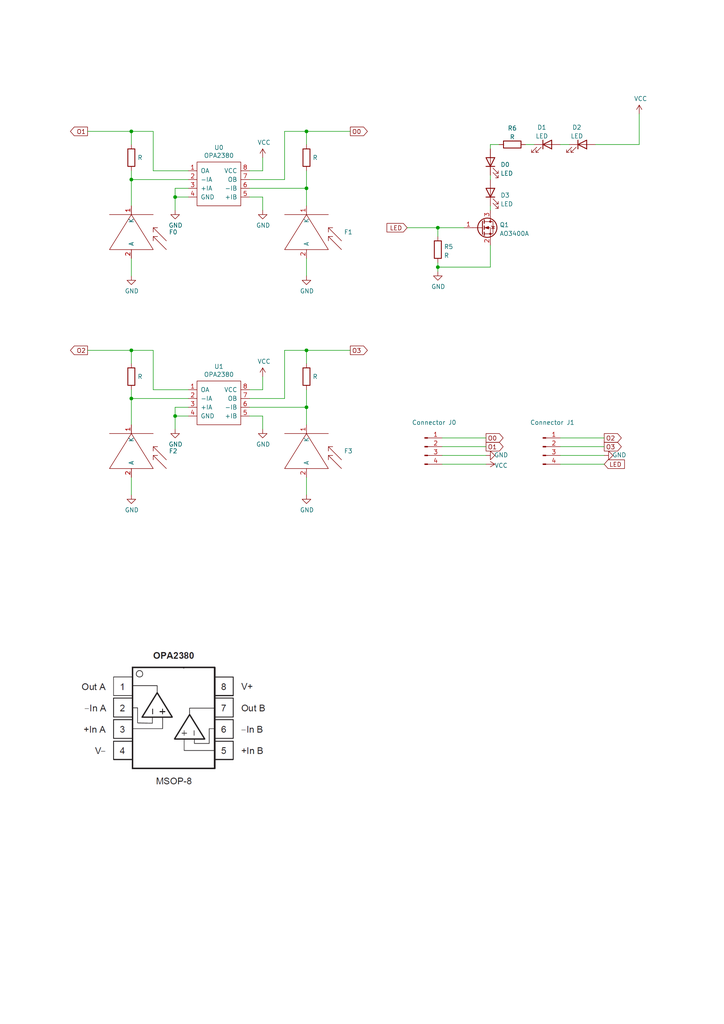
<source format=kicad_sch>
(kicad_sch (version 20211123) (generator eeschema)
  (paper "A4" portrait)
  (title_block (title "Helios - Circuito Sensorizado") (date "2022-07-25") (rev "1") (comment 1 "R = 2M") (comment 2 "VCC: 5V") (comment 3 "O0, O1, O2, O3: Salidas fotodiodos") (comment 4 "Autor: Jaime Bravo Algaba"))
  (lib_symbols
    (symbol "Connector:Conn_01x04_Male" (pin_names (offset 1.016) hide)
      (property "Reference" "J" (at 0 5.08 0))
      (property "Value" "Conn_01x04_Male" (at 0 -7.62 0))
      (symbol "Conn_01x04_Male_1_1"
        (polyline (pts (xy 1.27 -5.08) (xy 0.8636 -5.08)) (stroke (width 0.1524)))
        (polyline (pts (xy 1.27 -2.54) (xy 0.8636 -2.54)) (stroke (width 0.1524)))
        (polyline (pts (xy 1.27 0) (xy 0.8636 0)) (stroke (width 0.1524)))
        (polyline (pts (xy 1.27 2.54) (xy 0.8636 2.54)) (stroke (width 0.1524)))
        (rectangle (start 0.8636 -4.953) (end 0 -5.207) (stroke (width 0.1524)) (fill (type outline)))
        (rectangle (start 0.8636 -2.413) (end 0 -2.667) (stroke (width 0.1524)) (fill (type outline)))
        (rectangle (start 0.8636 0.127) (end 0 -0.127) (stroke (width 0.1524)) (fill (type outline)))
        (rectangle (start 0.8636 2.667) (end 0 2.413) (stroke (width 0.1524)) (fill (type outline)))
        (pin passive line (at 5.08 2.54 180) (length 3.81) (name "Pin_1") (number "1"))
        (pin passive line (at 5.08 0 180) (length 3.81) (name "Pin_2") (number "2"))
        (pin passive line (at 5.08 -2.54 180) (length 3.81) (name "Pin_3") (number "3"))
        (pin passive line (at 5.08 -5.08 180) (length 3.81) (name "Pin_4") (number "4"))
      )
    )
    (symbol "Device:LED" (pin_numbers hide) (pin_names (offset 1.016) hide)
      (property "Reference" "D" (at 0 2.54 0))
      (property "Value" "LED" (at 0 -2.54 0))
      (symbol "LED_0_1"
        (polyline (pts (xy -1.27 -1.27) (xy -1.27 1.27)) (stroke (width 0.254)))
        (polyline (pts (xy -1.27 0) (xy 1.27 0)))
        (polyline (pts (xy 1.27 -1.27) (xy 1.27 1.27) (xy -1.27 0) (xy 1.27 -1.27)) (stroke (width 0.254)))
        (polyline (pts (xy -3.048 -0.762) (xy -4.572 -2.286) (xy -3.81 -2.286) (xy -4.572 -2.286) (xy -4.572 -1.524)))
        (polyline (pts (xy -1.778 -0.762) (xy -3.302 -2.286) (xy -2.54 -2.286) (xy -3.302 -2.286) (xy -3.302 -1.524)))
      )
      (symbol "LED_1_1"
        (pin passive line (at -3.81 0 0) (length 2.54) (name "K") (number "1"))
        (pin passive line (at 3.81 0 180) (length 2.54) (name "A") (number "2"))
      )
    )
    (symbol "Device:R" (pin_numbers hide) (pin_names (offset 0))
      (property "Reference" "R" (at 2.032 0 90))
      (property "Value" "R" (at 0 0 90))
      (symbol "R_0_1"
        (rectangle (start -1.016 -2.54) (end 1.016 2.54) (stroke (width 0.254)))
      )
      (symbol "R_1_1"
        (pin passive line (at 0 3.81 270) (length 1.27) (name "~") (number "1"))
        (pin passive line (at 0 -3.81 90) (length 1.27) (name "~") (number "2"))
      )
    )
    (symbol "Helios:OPA2380" (pin_names (offset 1.016))
      (property "Reference" "U" (at 0 0 0))
      (property "Value" "OPA2380" (at 0 7.62 0))
      (symbol "OPA2380_0_1"
        (rectangle (start -6.35 -6.35) (end 6.35 6.35))
      )
      (symbol "OPA2380_1_1"
        (pin output line (at -8.89 3.81 0) (length 2.54) (name "OA") (number "1"))
        (pin input line (at -8.89 1.27 0) (length 2.54) (name "-IA") (number "2"))
        (pin input line (at -8.89 -1.27 0) (length 2.54) (name "+IA") (number "3"))
        (pin power_out line (at -8.89 -3.81 0) (length 2.54) (name "GND") (number "4"))
        (pin input line (at 8.89 -3.81 180) (length 2.54) (name "+IB") (number "5"))
        (pin input line (at 8.89 -1.27 180) (length 2.54) (name "-IB") (number "6"))
        (pin output line (at 8.89 1.27 180) (length 2.54) (name "OB") (number "7"))
        (pin power_in line (at 8.89 3.81 180) (length 2.54) (name "VCC") (number "8"))
      )
    )
    (symbol "Helios:SFH2704" (pin_names (offset 1.016))
      (property "Reference" "F" (at 0 0 0))
      (property "Value" "SFH2704" (at 0 12.7 0))
      (symbol "SFH2704_0_1"
        (polyline (pts (xy -5.08 6.35) (xy -5.08 -6.35)))
        (polyline (pts (xy -1.27 6.35) (xy 0 6.35)))
        (polyline (pts (xy 1.27 6.35) (xy 5.08 10.16)))
        (polyline (pts (xy 1.27 7.62) (xy 1.27 6.35) (xy 2.54 6.35)))
        (polyline (pts (xy -5.08 0) (xy 5.08 6.35) (xy 5.08 -6.35) (xy -5.08 0)))
        (polyline (pts (xy 2.54 10.16) (xy -1.27 6.35) (xy -1.27 7.62) (xy -1.27 6.35)))
      )
      (symbol "SFH2704_1_1"
        (pin output line (at -7.62 0 0) (length 2.54) (name "K") (number "1"))
        (pin input line (at 7.62 0 180) (length 2.54) (name "A") (number "2"))
      )
    )
    (symbol "Transistor_FET:AO3400A" (pin_names hide)
      (property "Reference" "Q" (at 5.08 1.905 0))
      (property "Value" "AO3400A" (at 5.08 0 0))
      (symbol "AO3400A_0_1"
        (polyline (pts (xy 0.254 0) (xy -2.54 0)))
        (polyline (pts (xy 0.254 1.905) (xy 0.254 -1.905)) (stroke (width 0.254)))
        (polyline (pts (xy 0.762 -1.27) (xy 0.762 -2.286)) (stroke (width 0.254)))
        (polyline (pts (xy 0.762 0.508) (xy 0.762 -0.508)) (stroke (width 0.254)))
        (polyline (pts (xy 0.762 2.286) (xy 0.762 1.27)) (stroke (width 0.254)))
        (polyline (pts (xy 2.54 2.54) (xy 2.54 1.778)))
        (polyline (pts (xy 2.54 -2.54) (xy 2.54 0) (xy 0.762 0)))
        (polyline (pts (xy 0.762 -1.778) (xy 3.302 -1.778) (xy 3.302 1.778) (xy 0.762 1.778)))
        (polyline (pts (xy 1.016 0) (xy 2.032 0.381) (xy 2.032 -0.381) (xy 1.016 0)) (fill (type outline)))
        (polyline (pts (xy 2.794 0.508) (xy 2.921 0.381) (xy 3.683 0.381) (xy 3.81 0.254)))
        (polyline (pts (xy 3.302 0.381) (xy 2.921 -0.254) (xy 3.683 -0.254) (xy 3.302 0.381)))
        (circle (center 1.651 0) (radius 2.794) (stroke (width 0.254)))
        (circle (center 2.54 -1.778) (radius 0.254) (fill (type outline)))
        (circle (center 2.54 1.778) (radius 0.254) (fill (type outline)))
      )
      (symbol "AO3400A_1_1"
        (pin input line (at -5.08 0 0) (length 2.54) (name "G") (number "1"))
        (pin passive line (at 2.54 -5.08 90) (length 2.54) (name "S") (number "2"))
        (pin passive line (at 2.54 5.08 270) (length 2.54) (name "D") (number "3"))
      )
    )
    (symbol "power:GND" (power) (pin_names (offset 0))
      (property "Value" "GND" (at 0 -3.81 0))
      (symbol "GND_0_1"
        (polyline (pts (xy 0 0) (xy 0 -1.27) (xy 1.27 -1.27) (xy 0 -2.54) (xy -1.27 -1.27) (xy 0 -1.27)))
      )
      (symbol "GND_1_1"
        (pin power_in line (at 0 0 270) (length 0) hide (name "GND") (number "1"))
      )
    )
    (symbol "power:VCC" (power) (pin_names (offset 0))
      (property "Value" "VCC" (at 0 3.81 0))
      (symbol "VCC_0_1"
        (polyline (pts (xy -0.762 1.27) (xy 0 2.54)))
        (polyline (pts (xy 0 0) (xy 0 2.54)))
        (polyline (pts (xy 0 2.54) (xy 0.762 1.27)))
      )
      (symbol "VCC_1_1"
        (pin power_in line (at 0 0 90) (length 0) hide (name "VCC") (number "1"))
      )
    )
  )
  (junction (at 127 77.47))
  (junction (at 38.1 115.57))
  (junction (at 88.9 101.6))
  (junction (at 127 66.04))
  (junction (at 88.9 54.61))
  (junction (at 50.8 57.15))
  (junction (at 38.1 101.6))
  (junction (at 50.8 120.65))
  (junction (at 88.9 38.1))
  (junction (at 38.1 52.07))
  (junction (at 38.1 38.1))
  (junction (at 88.9 118.11))
  (wire (pts (xy 54.61 57.15) (xy 50.8 57.15)))
  (wire (pts (xy 175.26 129.54) (xy 162.56 129.54)))
  (wire (pts (xy 72.39 118.11) (xy 88.9 118.11)))
  (wire (pts (xy 185.42 33.02) (xy 185.42 41.91)))
  (wire (pts (xy 38.1 101.6) (xy 44.45 101.6)))
  (wire (pts (xy 54.61 118.11) (xy 50.8 118.11)))
  (wire (pts (xy 38.1 38.1) (xy 44.45 38.1)))
  (wire (pts (xy 54.61 54.61) (xy 50.8 54.61)))
  (wire (pts (xy 54.61 120.65) (xy 50.8 120.65)))
  (wire (pts (xy 54.61 52.07) (xy 38.1 52.07)))
  (wire (pts (xy 127 76.2) (xy 127 77.47)))
  (wire (pts (xy 44.45 113.03) (xy 54.61 113.03)))
  (wire (pts (xy 142.24 50.8) (xy 142.24 52.07)))
  (wire (pts (xy 140.97 129.54) (xy 128.27 129.54)))
  (wire (pts (xy 88.9 118.11) (xy 88.9 123.19)))
  (wire (pts (xy 38.1 49.53) (xy 38.1 52.07)))
  (wire (pts (xy 172.72 41.91) (xy 185.42 41.91)))
  (wire (pts (xy 44.45 38.1) (xy 44.45 49.53)))
  (wire (pts (xy 142.24 71.12) (xy 142.24 77.47)))
  (wire (pts (xy 25.4 38.1) (xy 38.1 38.1)))
  (wire (pts (xy 101.6 101.6) (xy 88.9 101.6)))
  (wire (pts (xy 38.1 113.03) (xy 38.1 115.57)))
  (wire (pts (xy 38.1 41.91) (xy 38.1 38.1)))
  (wire (pts (xy 76.2 57.15) (xy 72.39 57.15)))
  (wire (pts (xy 144.78 41.91) (xy 142.24 41.91)))
  (wire (pts (xy 175.26 134.62) (xy 162.56 134.62)))
  (wire (pts (xy 175.26 132.08) (xy 162.56 132.08)))
  (wire (pts (xy 76.2 120.65) (xy 72.39 120.65)))
  (wire (pts (xy 44.45 49.53) (xy 54.61 49.53)))
  (wire (pts (xy 152.4 41.91) (xy 154.94 41.91)))
  (wire (pts (xy 72.39 113.03) (xy 76.2 113.03)))
  (wire (pts (xy 50.8 54.61) (xy 50.8 57.15)))
  (wire (pts (xy 82.55 101.6) (xy 82.55 115.57)))
  (wire (pts (xy 25.4 101.6) (xy 38.1 101.6)))
  (wire (pts (xy 88.9 105.41) (xy 88.9 101.6)))
  (wire (pts (xy 142.24 59.69) (xy 142.24 60.96)))
  (wire (pts (xy 140.97 132.08) (xy 128.27 132.08)))
  (wire (pts (xy 38.1 115.57) (xy 38.1 123.19)))
  (wire (pts (xy 162.56 41.91) (xy 165.1 41.91)))
  (wire (pts (xy 88.9 101.6) (xy 82.55 101.6)))
  (wire (pts (xy 140.97 127) (xy 128.27 127)))
  (wire (pts (xy 72.39 49.53) (xy 76.2 49.53)))
  (wire (pts (xy 44.45 101.6) (xy 44.45 113.03)))
  (wire (pts (xy 127 66.04) (xy 127 68.58)))
  (wire (pts (xy 38.1 105.41) (xy 38.1 101.6)))
  (wire (pts (xy 88.9 54.61) (xy 88.9 49.53)))
  (wire (pts (xy 142.24 41.91) (xy 142.24 43.18)))
  (wire (pts (xy 88.9 118.11) (xy 88.9 113.03)))
  (wire (pts (xy 175.26 127) (xy 162.56 127)))
  (wire (pts (xy 76.2 113.03) (xy 76.2 109.22)))
  (wire (pts (xy 127 77.47) (xy 127 78.74)))
  (wire (pts (xy 38.1 52.07) (xy 38.1 59.69)))
  (wire (pts (xy 50.8 57.15) (xy 50.8 60.96)))
  (wire (pts (xy 38.1 74.93) (xy 38.1 80.01)))
  (wire (pts (xy 82.55 115.57) (xy 72.39 115.57)))
  (wire (pts (xy 101.6 38.1) (xy 88.9 38.1)))
  (wire (pts (xy 88.9 138.43) (xy 88.9 143.51)))
  (wire (pts (xy 82.55 52.07) (xy 72.39 52.07)))
  (wire (pts (xy 118.11 66.04) (xy 127 66.04)))
  (wire (pts (xy 54.61 115.57) (xy 38.1 115.57)))
  (wire (pts (xy 134.62 66.04) (xy 127 66.04)))
  (wire (pts (xy 88.9 74.93) (xy 88.9 80.01)))
  (wire (pts (xy 76.2 124.46) (xy 76.2 120.65)))
  (wire (pts (xy 140.97 134.62) (xy 128.27 134.62)))
  (wire (pts (xy 88.9 41.91) (xy 88.9 38.1)))
  (wire (pts (xy 72.39 54.61) (xy 88.9 54.61)))
  (wire (pts (xy 50.8 120.65) (xy 50.8 124.46)))
  (wire (pts (xy 76.2 49.53) (xy 76.2 45.72)))
  (wire (pts (xy 76.2 60.96) (xy 76.2 57.15)))
  (wire (pts (xy 88.9 38.1) (xy 82.55 38.1)))
  (wire (pts (xy 82.55 38.1) (xy 82.55 52.07)))
  (wire (pts (xy 142.24 77.47) (xy 127 77.47)))
  (wire (pts (xy 50.8 118.11) (xy 50.8 120.65)))
  (wire (pts (xy 88.9 54.61) (xy 88.9 59.69)))
  (wire (pts (xy 38.1 138.43) (xy 38.1 143.51)))
  (image (at 50.8 208.28))
  (global_label "O2" (shape output) (at 25.4 101.6 180) (property "Intersheet References" "${INTERSHEET_REFS}" (effects hide)))
  (global_label "O3" (shape output) (at 101.6 101.6 0) (property "Intersheet References" "${INTERSHEET_REFS}" (effects hide)))
  (global_label "O3" (shape output) (at 175.26 129.54 0) (property "Intersheet References" "${INTERSHEET_REFS}" (effects hide)))
  (global_label "O1" (shape output) (at 140.97 129.54 0) (property "Intersheet References" "${INTERSHEET_REFS}" (effects hide)))
  (global_label "LED" (shape input) (at 118.11 66.04 180) (property "Intersheet References" "${INTERSHEET_REFS}" (effects hide)))
  (global_label "LED" (shape input) (at 175.26 134.62 0) (property "Intersheet References" "${INTERSHEET_REFS}" (effects hide)))
  (global_label "O0" (shape output) (at 140.97 127 0) (property "Intersheet References" "${INTERSHEET_REFS}" (effects hide)))
  (global_label "O2" (shape output) (at 175.26 127 0) (property "Intersheet References" "${INTERSHEET_REFS}" (effects hide)))
  (global_label "O0" (shape output) (at 101.6 38.1 0) (property "Intersheet References" "${INTERSHEET_REFS}" (effects hide)))
  (global_label "O1" (shape output) (at 25.4 38.1 180) (property "Intersheet References" "${INTERSHEET_REFS}" (effects hide)))
  (symbol (lib_id "Helios:SFH2704") (at 38.1 130.81 270) (unit 1)
    (property "Reference" "F2" (at 48.9712 130.81 90) (effects (justify left)))
    (property "Value" "SFH2704" (effects hide))
    (property "Footprint" "Helios:SFH2704_Photodiode" (effects hide))
    (property "Datasheet" "2704_Photodiode.pdf" (effects hide))
  )
  (symbol (lib_id "Helios:SFH2704") (at 88.9 130.81 270) (unit 1)
    (property "Reference" "F3" (at 99.7712 130.81 90) (effects (justify left)))
    (property "Value" "SFH2704" (effects hide))
    (property "Footprint" "Helios:SFH2704_Photodiode" (effects hide))
    (property "Datasheet" "2704_Photodiode.pdf" (effects hide))
  )
  (symbol (lib_id "Helios:OPA2380") (at 63.5 116.84 0) (unit 1)
    (property "Reference" "U1" (at 63.5 106.299 0))
    (property "Value" "OPA2380" (at 63.5 108.6104 0))
    (property "Footprint" "Helios:OPA2380" (effects hide))
    (property "Datasheet" "$(KICAD_DATASHEET_DIR)/opa2380.pdf" (effects hide))
  )
  (symbol (lib_id "Connector:Conn_01x04_Male") (at 123.19 129.54 0) (unit 1)
    (property "Reference" "J0" (effects hide))
    (property "Value" "Connector J0" (at 125.9332 122.5296 0))
    (property "Footprint" "Connector_PinHeader_2.00mm:PinHeader_1x04_P2.00mm_Vertical" (effects hide))
  )
  (symbol (lib_id "power:GND") (at 50.8 124.46 0) (unit 1)
    (property "Reference" "#PWR0102" (effects hide))
    (property "Value" "GND" (at 50.927 128.8542 0))
  )
  (symbol (lib_id "power:VCC") (at 76.2 109.22 0) (unit 1)
    (property "Reference" "#PWR0101" (effects hide))
    (property "Value" "VCC" (at 76.581 104.8258 0))
  )
  (symbol (lib_id "power:GND") (at 140.97 132.08 90) (unit 1)
    (property "Reference" "#PWR0111" (effects hide))
    (property "Value" "GND" (at 145.3642 131.953 90))
  )
  (symbol (lib_id "power:GND") (at 76.2 124.46 0) (unit 1)
    (property "Reference" "#PWR0103" (effects hide))
    (property "Value" "GND" (at 76.327 128.8542 0))
  )
  (symbol (lib_id "power:GND") (at 88.9 143.51 0) (unit 1)
    (property "Reference" "#PWR0104" (effects hide))
    (property "Value" "GND" (at 89.027 147.9042 0))
  )
  (symbol (lib_id "power:GND") (at 38.1 143.51 0) (unit 1)
    (property "Reference" "#PWR0105" (effects hide))
    (property "Value" "GND" (at 38.227 147.9042 0))
  )
  (symbol (lib_id "Device:R") (at 38.1 109.22 0) (unit 1)
    (property "Reference" "R2" (effects hide))
    (property "Value" "R" (at 39.878 109.22 0) (effects (justify left)))
    (property "Footprint" "Helios:RS_0805" (effects hide))
    (property "Datasheet" "$(KICAD_DATASHEET_DIR)/2M2_Resistance.pdf" (effects hide))
  )
  (symbol (lib_id "power:VCC") (at 140.97 134.62 270) (unit 1)
    (property "Reference" "#PWR0112" (effects hide))
    (property "Value" "VCC" (at 145.3642 135.001 90))
  )
  (symbol (lib_id "Device:R") (at 88.9 109.22 0) (unit 1)
    (property "Reference" "R3" (effects hide))
    (property "Value" "R" (at 90.678 109.22 0) (effects (justify left)))
    (property "Footprint" "Helios:RS_0805" (effects hide))
    (property "Datasheet" "$(KICAD_DATASHEET_DIR)/2M2_Resistance.pdf" (effects hide))
  )
  (symbol (lib_id "Connector:Conn_01x04_Male") (at 157.48 129.54 0) (unit 1)
    (property "Reference" "J1" (effects hide))
    (property "Value" "Connector J1" (at 160.2232 122.5296 0))
    (property "Footprint" "Connector_PinHeader_2.00mm:PinHeader_1x04_P2.00mm_Vertical" (effects hide))
  )
  (symbol (lib_id "power:GND") (at 175.26 132.08 90) (unit 1)
    (property "Reference" "#PWR0113" (effects hide))
    (property "Value" "GND" (at 179.6542 131.953 90))
  )
  (symbol (lib_id "Helios:SFH2704") (at 88.9 67.31 270) (unit 1)
    (property "Reference" "F1" (at 99.7712 67.31 90) (effects (justify left)))
    (property "Value" "SFH2704" (effects hide))
    (property "Footprint" "Helios:SFH2704_Photodiode" (effects hide))
    (property "Datasheet" "$(KICAD_DATASHEET_DIR)/SFH 2704_Photodiode.pdf" (effects hide))
  )
  (symbol (lib_id "Helios:OPA2380") (at 63.5 53.34 0) (unit 1)
    (property "Reference" "U0" (at 63.5 42.799 0))
    (property "Value" "OPA2380" (at 63.5 45.1104 0))
    (property "Footprint" "Helios:OPA2380" (effects hide))
    (property "Datasheet" "$(KICAD_DATASHEET_DIR)/opa2380.pdf" (effects hide))
  )
  (symbol (lib_id "power:VCC") (at 76.2 45.72 0) (unit 1)
    (property "Reference" "#PWR0106" (effects hide))
    (property "Value" "VCC" (at 76.581 41.3258 0))
  )
  (symbol (lib_id "power:GND") (at 50.8 60.96 0) (unit 1)
    (property "Reference" "#PWR0107" (effects hide))
    (property "Value" "GND" (at 50.927 65.3542 0))
  )
  (symbol (lib_id "power:GND") (at 76.2 60.96 0) (unit 1)
    (property "Reference" "#PWR0108" (effects hide))
    (property "Value" "GND" (at 76.327 65.3542 0))
  )
  (symbol (lib_id "power:GND") (at 88.9 80.01 0) (unit 1)
    (property "Reference" "#PWR0109" (effects hide))
    (property "Value" "GND" (at 89.027 84.4042 0))
  )
  (symbol (lib_id "power:GND") (at 38.1 80.01 0) (unit 1)
    (property "Reference" "#PWR0110" (effects hide))
    (property "Value" "GND" (at 38.227 84.4042 0))
  )
  (symbol (lib_id "Device:R") (at 38.1 45.72 0) (unit 1)
    (property "Reference" "R0" (effects hide))
    (property "Value" "R" (at 39.878 45.72 0) (effects (justify left)))
    (property "Footprint" "Helios:RS_0805" (effects hide))
    (property "Datasheet" "$(KICAD_DATASHEET_DIR)/2M2_Resistance.pdf" (effects hide))
  )
  (symbol (lib_id "Device:R") (at 88.9 45.72 0) (unit 1)
    (property "Reference" "R1" (effects hide))
    (property "Value" "R" (at 90.678 45.72 0) (effects (justify left)))
    (property "Footprint" "Helios:RS_0805" (effects hide))
    (property "Datasheet" "$(KICAD_DATASHEET_DIR)/2M2_Resistance.pdf" (effects hide))
  )
  (symbol (lib_id "Helios:SFH2704") (at 38.1 67.31 270) (unit 1)
    (property "Reference" "F0" (at 48.9712 67.31 90) (effects (justify left)))
    (property "Value" "SFH2704" (effects hide))
    (property "Footprint" "Helios:SFH2704_Photodiode" (effects hide))
    (property "Datasheet" "2704_Photodiode.pdf" (effects hide))
  )
  (symbol (lib_id "Device:LED") (at 158.75 41.91 0) (unit 1)
    (property "Reference" "D1" (at 157.1625 36.9402 0))
    (property "Value" "LED" (at 157.1625 39.4771 0))
    (property "Footprint" "LED_SMD:LED_PLCC-2" (effects hide))
  )
  (symbol (lib_id "Device:LED") (at 168.91 41.91 0) (unit 1)
    (property "Reference" "D2" (at 167.3225 36.9402 0))
    (property "Value" "LED" (at 167.3225 39.4771 0))
    (property "Footprint" "LED_SMD:LED_PLCC-2" (effects hide))
  )
  (symbol (lib_id "Device:R") (at 127 72.39 0) (unit 1)
    (property "Reference" "R5" (at 128.778 71.5553 0) (effects (justify left)))
    (property "Value" "R" (at 128.778 74.0922 0) (effects (justify left)))
    (property "Footprint" "Helios:RS_0805" (effects hide))
  )
  (symbol (lib_id "Transistor_FET:AO3400A") (at 139.7 66.04 0) (unit 1)
    (property "Reference" "Q1" (at 144.907 65.2053 0) (effects (justify left)))
    (property "Value" "AO3400A" (at 144.907 67.7422 0) (effects (justify left)))
    (property "Footprint" "Package_TO_SOT_SMD:SOT-23" (effects hide))
    (property "Datasheet" "http://www.aosmd.com/pdfs/datasheet/AO3400A.pdf" (effects hide))
  )
  (symbol (lib_id "Device:LED") (at 142.24 55.88 90) (unit 1)
    (property "Reference" "D3" (at 145.161 56.6328 90) (effects (justify right)))
    (property "Value" "LED" (at 145.161 59.1697 90) (effects (justify right)))
    (property "Footprint" "LED_SMD:LED_PLCC-2" (effects hide))
  )
  (symbol (lib_id "Device:R") (at 148.59 41.91 90) (unit 1)
    (property "Reference" "R6" (at 148.59 37.1942 90))
    (property "Value" "R" (at 148.59 39.7311 90))
    (property "Footprint" "Helios:RS_0805" (effects hide))
  )
  (symbol (lib_id "Device:LED") (at 142.24 46.99 90) (unit 1)
    (property "Reference" "D0" (at 145.161 47.7428 90) (effects (justify right)))
    (property "Value" "LED" (at 145.161 50.2797 90) (effects (justify right)))
    (property "Footprint" "LED_SMD:LED_PLCC-2" (effects hide))
  )
  (symbol (lib_id "power:VCC") (at 185.42 33.02 0) (unit 1)
    (property "Reference" "#PWR0115" (effects hide))
    (property "Value" "VCC" (at 185.801 28.6258 0))
  )
  (symbol (lib_id "power:GND") (at 127 78.74 0) (unit 1)
    (property "Reference" "#PWR0114" (effects hide))
    (property "Value" "GND" (at 127.127 83.1342 0))
  )
)
</source>
